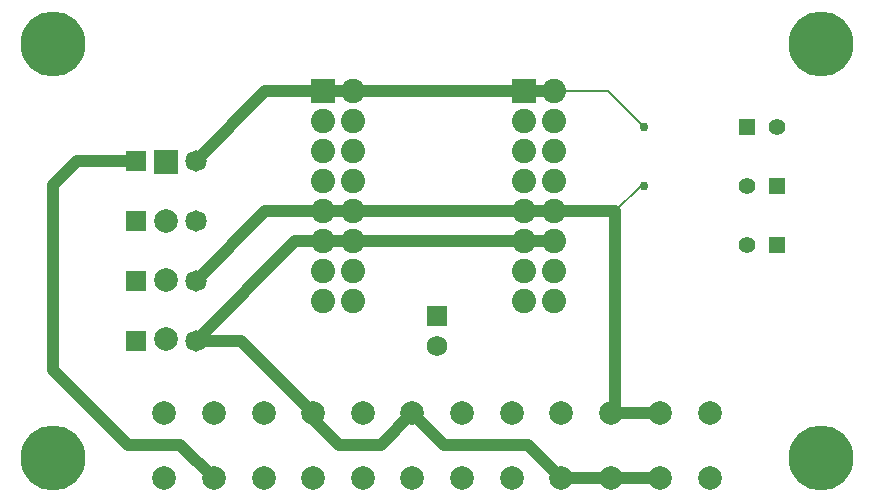
<source format=gbl>
%FSLAX33Y33*%
%MOMM*%
%AMRect-W1400000-H1400000-RO1.000*
21,1,1.4,1.4,0.,0.,180*%
%ADD10C,1.016*%
%ADD11C,0.2032*%
%ADD12C,0.762*%
%ADD13R,2.049999X2.049999*%
%ADD14C,2.049999*%
%ADD15R,2.X2.*%
%ADD16C,2.*%
%ADD17C,5.5*%
%ADD18R,1.4X1.4*%
%ADD19C,1.4*%
%ADD20R,1.82X1.82*%
%ADD21C,1.82*%
%ADD22C,1.4*%
%ADD23Rect-W1400000-H1400000-RO1.000*%
%ADD24R,1.75X1.75*%
%ADD25C,1.75*%
D10*
%LNbottom copper_traces*%
G01*
X17040Y30120D02*
X22917Y35997D01*
X6980Y30120D02*
X11840Y30120D01*
X38054Y6096D02*
X35400Y8750D01*
D11*
X52578Y25837D02*
X54741Y28000D01*
X54992Y28000*
D10*
X22917Y25837D02*
X52578Y25837D01*
X35400Y8750D02*
X32746Y6096D01*
X52578Y25837D02*
X52578Y9128D01*
X4940Y12446D02*
X11290Y6096D01*
X25457Y23297D02*
X47360Y23297D01*
X56400Y8750D02*
X52200Y8750D01*
X38054Y6096D02*
X45154Y6096D01*
X17040Y19960D02*
X22917Y25837D01*
X48000Y3250D02*
X45154Y6096D01*
X22917Y35997D02*
X47360Y35997D01*
D11*
X47360Y35997D02*
X51995Y35997D01*
D10*
X18600Y3250D02*
X15754Y6096D01*
X20870Y14880D02*
X17040Y14880D01*
X29210Y6096D02*
X32746Y6096D01*
X15754Y6096D02*
X11290Y6096D01*
X17040Y14880D02*
X25457Y23297D01*
X4940Y28080D02*
X6980Y30120D01*
X29210Y6096D02*
X27000Y8306D01*
X56400Y3250D02*
X48000Y3250D01*
D11*
X51995Y35997D02*
X54992Y33000D01*
D10*
X27000Y8750D02*
X20870Y14880D01*
X4940Y12446D02*
X4940Y28080D01*
D12*
X54992Y28000D03*
X54992Y33000D03*
%LNbottom copper component 41c15735770252ef*%
D13*
X27820Y35997D03*
D14*
X27820Y33457D03*
X27820Y30917D03*
X27820Y28377D03*
X27820Y25837D03*
X27820Y23297D03*
X27820Y20757D03*
X27820Y18217D03*
X30360Y35997D03*
X30360Y33457D03*
X30360Y30917D03*
X30360Y28377D03*
X30360Y25837D03*
X30360Y23297D03*
X30360Y20757D03*
X30360Y18217D03*
%LNbottom copper component 8aa9dbe17b2694dd*%
D15*
X14500Y30000D03*
D16*
X14500Y25000D03*
X14500Y20000D03*
X14500Y15000D03*
%LNbottom copper component f3f5b781052c70a8*%
D17*
X70000Y40000D03*
%LNbottom copper component 6e477e811df8e32e*%
X70000Y5000D03*
%LNbottom copper component fee21472fa440ebf*%
D18*
X63730Y33000D03*
D19*
X66270Y33000D03*
%LNbottom copper component bb9cf510df5bd2f2*%
D13*
X44820Y35997D03*
D14*
X44820Y33457D03*
X44820Y30917D03*
X44820Y28377D03*
X44820Y25837D03*
X44820Y23297D03*
X44820Y20757D03*
X44820Y18217D03*
X47360Y35997D03*
X47360Y33457D03*
X47360Y30917D03*
X47360Y28377D03*
X47360Y25837D03*
X47360Y23297D03*
X47360Y20757D03*
X47360Y18217D03*
%LNbottom copper component 781a32ea49690d2f*%
D16*
X14400Y8750D03*
X18600Y8750D03*
X22800Y8750D03*
X27000Y8750D03*
X31200Y8750D03*
X35400Y8750D03*
X39600Y8750D03*
X43800Y8750D03*
X48000Y8750D03*
X52200Y8750D03*
X56400Y8750D03*
X60600Y8750D03*
X14400Y3250D03*
X18600Y3250D03*
X22800Y3250D03*
X27000Y3250D03*
X31200Y3250D03*
X35400Y3250D03*
X39600Y3250D03*
X43800Y3250D03*
X48000Y3250D03*
X52200Y3250D03*
X56400Y3250D03*
X60600Y3250D03*
%LNbottom copper component 6cc8a17c2220d495*%
D20*
X11960Y14880D03*
D21*
X17040Y14880D03*
%LNbottom copper component 8065518f3e85c1ab*%
D20*
X11960Y25040D03*
D21*
X17040Y25040D03*
%LNbottom copper component 3690b7dfef4cbc9b*%
D20*
X11960Y19960D03*
D21*
X17040Y19960D03*
%LNbottom copper component 697b93ea490e0695*%
D22*
X63730Y28000D03*
D23*
X66270Y28000D03*
%LNbottom copper component 10c16d8175be8e60*%
D17*
X5000Y5000D03*
%LNbottom copper component 761dbd4768bded8a*%
D22*
X63730Y23000D03*
D23*
X66270Y23000D03*
%LNbottom copper component b5b3b87ae0d53d4d*%
D17*
X5000Y40000D03*
%LNbottom copper component d92ab5807f37edc5*%
D20*
X11960Y30120D03*
D21*
X17040Y30120D03*
%LNbottom copper component 4dc3ec6c5fda06a0*%
D24*
X37500Y16987D03*
D25*
X37500Y14447D03*
M02*
</source>
